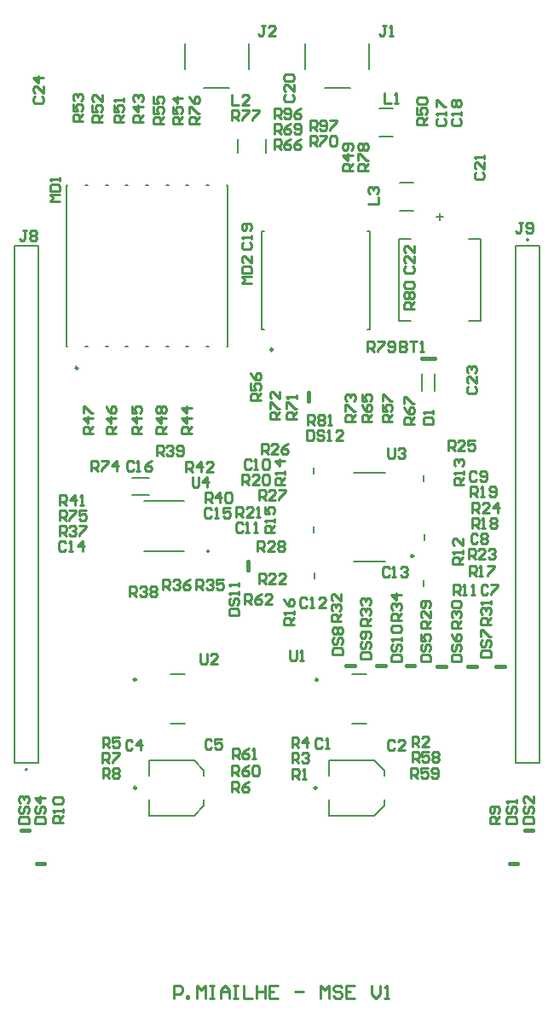
<source format=gto>
G04*
G04 #@! TF.GenerationSoftware,Altium Limited,Altium Designer,23.0.1 (38)*
G04*
G04 Layer_Color=65535*
%FSLAX44Y44*%
%MOMM*%
G71*
G04*
G04 #@! TF.SameCoordinates,B26DCD0B-EA3B-4DC6-9C7F-F6099DF497CD*
G04*
G04*
G04 #@! TF.FilePolarity,Positive*
G04*
G01*
G75*
%ADD10C,0.2500*%
%ADD11C,0.2000*%
%ADD12C,0.4000*%
%ADD13C,0.1270*%
%ADD14C,0.2540*%
D10*
X400616Y449080D02*
G03*
X400616Y449080I-1250J0D01*
G01*
X125151Y326390D02*
G03*
X125151Y326390I-1250J0D01*
G01*
X260780Y653880D02*
G03*
X260780Y653880I-1250J0D01*
G01*
X67140Y635600D02*
G03*
X67140Y635600I-1250J0D01*
G01*
X305460Y326160D02*
G03*
X305460Y326160I-1250J0D01*
G01*
X304420Y218960D02*
G03*
X304420Y218960I-1250J0D01*
G01*
X125350D02*
G03*
X125350Y218960I-1250J0D01*
G01*
D11*
X515000Y762800D02*
G03*
X515000Y762800I-1000J0D01*
G01*
X17000Y237200D02*
G03*
X17000Y237200I-1000J0D01*
G01*
X197370Y453738D02*
G03*
X197370Y453738I-1000J0D01*
G01*
X340866Y531430D02*
X372366D01*
X340866Y443930D02*
X372366D01*
X158901Y282840D02*
X173901D01*
X158901Y331840D02*
X173901D01*
X250030Y673630D02*
X252280D01*
X354780D02*
X357030D01*
Y771630D01*
X250030D02*
X252280D01*
X354780D02*
X357030D01*
X250030Y673630D02*
Y771630D01*
X55890Y656600D02*
X57140D01*
X74640D02*
X77140D01*
X94640D02*
X97140D01*
X114640D02*
X117140D01*
X134640D02*
X137140D01*
X154640D02*
X157140D01*
X174640D02*
X177140D01*
X194640D02*
X197140D01*
X214640D02*
X215890D01*
Y816600D01*
X55890D02*
X57140D01*
X74640D02*
X77140D01*
X94640D02*
X97140D01*
X114640D02*
X117140D01*
X134640D02*
X137140D01*
X154640D02*
X157140D01*
X174640D02*
X177140D01*
X194640D02*
X197140D01*
X214640D02*
X215890D01*
X55890Y656600D02*
Y816600D01*
X501950Y756550D02*
X526050D01*
X501950Y243450D02*
Y756550D01*
Y243450D02*
X526050D01*
Y756550D01*
X3950Y243450D02*
Y756550D01*
X28050D01*
Y243450D02*
Y756550D01*
X3950Y243450D02*
X28050D01*
X301610Y471980D02*
Y477980D01*
Y530400D02*
Y536400D01*
X410860Y522780D02*
Y528780D01*
X410830Y418640D02*
Y424640D01*
X411480Y464360D02*
Y470360D01*
X173250Y932360D02*
Y957640D01*
X192360Y913250D02*
X217640D01*
X236750Y932360D02*
Y957640D01*
X426720Y782630D02*
Y788630D01*
X423720Y785630D02*
X429720D01*
X455870Y763282D02*
X467372D01*
X386068D02*
X397570D01*
X386068Y681978D02*
Y763282D01*
X455870Y681978D02*
X467372D01*
X386068D02*
X397570D01*
X467372D02*
Y763282D01*
X356750Y932360D02*
Y957640D01*
X312360Y913250D02*
X337640D01*
X293250Y932360D02*
Y957640D01*
X302260Y426260D02*
Y432260D01*
X339210Y282610D02*
X354210D01*
X339210Y331610D02*
X354210D01*
X361670Y191460D02*
X371670Y201460D01*
X361670Y246460D02*
X371670Y236460D01*
Y201460D02*
Y207210D01*
Y230710D02*
Y236460D01*
X316670Y191460D02*
X361670D01*
X316670Y246460D02*
X361670D01*
X316670Y230710D02*
Y246460D01*
Y191460D02*
Y207210D01*
X120790Y526660D02*
X138290D01*
X120843Y509630D02*
X138343D01*
X137600Y191460D02*
Y207210D01*
Y230710D02*
Y246460D01*
X182600D01*
X137600Y191460D02*
X182600D01*
X192600Y230710D02*
Y236460D01*
Y201460D02*
Y207210D01*
X182600Y246460D02*
X192600Y236460D01*
X182600Y191460D02*
X192600Y201460D01*
X421540Y612530D02*
Y629530D01*
X409040Y612530D02*
Y629530D01*
X386950Y791180D02*
X400450D01*
X386950Y819180D02*
X400450D01*
X366630Y864840D02*
X380130D01*
X366630Y892840D02*
X380130D01*
X226030Y849230D02*
Y862730D01*
X254030Y849230D02*
Y862730D01*
D12*
X393510Y340369D02*
X401510D01*
X333820D02*
X341820D01*
X454801Y339729D02*
X462801D01*
X424321D02*
X432321D01*
X482741D02*
X490741D01*
X364301Y340369D02*
X372301D01*
X496001Y143499D02*
X504001D01*
X510999Y176501D02*
X518999D01*
X26001Y143499D02*
X34001D01*
X10999Y176501D02*
X18999D01*
X236211Y435419D02*
Y443419D01*
X409040Y645280D02*
X421540D01*
X295919Y603059D02*
Y611059D01*
D13*
X133320Y504038D02*
X172320D01*
X133320Y453538D02*
X172320D01*
D14*
X162560Y10160D02*
Y22856D01*
X168908D01*
X171024Y20740D01*
Y16508D01*
X168908Y14392D01*
X162560D01*
X175256Y10160D02*
Y12276D01*
X177372D01*
Y10160D01*
X175256D01*
X185836D02*
Y22856D01*
X190068Y18624D01*
X194300Y22856D01*
Y10160D01*
X198532Y22856D02*
X202764D01*
X200648D01*
Y10160D01*
X198532D01*
X202764D01*
X209112D02*
Y18624D01*
X213344Y22856D01*
X217575Y18624D01*
Y10160D01*
Y16508D01*
X209112D01*
X221807Y22856D02*
X226040D01*
X223923D01*
Y10160D01*
X221807D01*
X226040D01*
X232387Y22856D02*
Y10160D01*
X240851D01*
X245083Y22856D02*
Y10160D01*
Y16508D01*
X253547D01*
Y22856D01*
Y10160D01*
X266243Y22856D02*
X257779D01*
Y10160D01*
X266243D01*
X257779Y16508D02*
X262011D01*
X283171D02*
X291635D01*
X308563Y10160D02*
Y22856D01*
X312795Y18624D01*
X317027Y22856D01*
Y10160D01*
X329723Y20740D02*
X327607Y22856D01*
X323375D01*
X321259Y20740D01*
Y18624D01*
X323375Y16508D01*
X327607D01*
X329723Y14392D01*
Y12276D01*
X327607Y10160D01*
X323375D01*
X321259Y12276D01*
X342418Y22856D02*
X333955D01*
Y10160D01*
X342418D01*
X333955Y16508D02*
X338186D01*
X359346Y22856D02*
Y14392D01*
X363578Y10160D01*
X367810Y14392D01*
Y22856D01*
X372042Y10160D02*
X376274D01*
X374158D01*
Y22856D01*
X372042Y20740D01*
X24554Y905089D02*
X22862Y903396D01*
Y900011D01*
X24554Y898318D01*
X31326D01*
X33018Y900011D01*
Y903396D01*
X31326Y905089D01*
X33018Y915246D02*
Y908475D01*
X26247Y915246D01*
X24554D01*
X22862Y913553D01*
Y910167D01*
X24554Y908475D01*
X33018Y923709D02*
X22862D01*
X27940Y918631D01*
Y925402D01*
X455084Y616799D02*
X453392Y615106D01*
Y611721D01*
X455084Y610028D01*
X461856D01*
X463548Y611721D01*
Y615106D01*
X461856Y616799D01*
X463548Y626956D02*
Y620184D01*
X456777Y626956D01*
X455084D01*
X453392Y625263D01*
Y621877D01*
X455084Y620184D01*
Y630341D02*
X453392Y632034D01*
Y635420D01*
X455084Y637112D01*
X456777D01*
X458470Y635420D01*
Y633727D01*
Y635420D01*
X460163Y637112D01*
X461856D01*
X463548Y635420D01*
Y632034D01*
X461856Y630341D01*
X508847Y779778D02*
X505462D01*
X507154D01*
Y771314D01*
X505462Y769622D01*
X503769D01*
X502076Y771314D01*
X512233D02*
X513926Y769622D01*
X517311D01*
X519004Y771314D01*
Y778086D01*
X517311Y779778D01*
X513926D01*
X512233Y778086D01*
Y776393D01*
X513926Y774700D01*
X519004D01*
X16087Y772158D02*
X12702D01*
X14394D01*
Y763694D01*
X12702Y762002D01*
X11009D01*
X9316Y763694D01*
X19473Y770466D02*
X21166Y772158D01*
X24551D01*
X26244Y770466D01*
Y768773D01*
X24551Y767080D01*
X26244Y765387D01*
Y763694D01*
X24551Y762002D01*
X21166D01*
X19473Y763694D01*
Y765387D01*
X21166Y767080D01*
X19473Y768773D01*
Y770466D01*
X21166Y767080D02*
X24551D01*
X180766Y527048D02*
Y518584D01*
X182459Y516892D01*
X185844D01*
X187537Y518584D01*
Y527048D01*
X196001Y516892D02*
Y527048D01*
X190923Y521970D01*
X197694D01*
X374822Y556258D02*
Y547794D01*
X376515Y546102D01*
X379900D01*
X381593Y547794D01*
Y556258D01*
X384979Y554566D02*
X386672Y556258D01*
X390057D01*
X391750Y554566D01*
Y552873D01*
X390057Y551180D01*
X388364D01*
X390057D01*
X391750Y549487D01*
Y547794D01*
X390057Y546102D01*
X386672D01*
X384979Y547794D01*
X188417Y352538D02*
Y344074D01*
X190110Y342382D01*
X193495D01*
X195188Y344074D01*
Y352538D01*
X205345Y342382D02*
X198573D01*
X205345Y349153D01*
Y350846D01*
X203652Y352538D01*
X200266D01*
X198573Y350846D01*
X277709Y355598D02*
Y347134D01*
X279402Y345442D01*
X282787D01*
X284480Y347134D01*
Y355598D01*
X287866Y345442D02*
X291251D01*
X289558D01*
Y355598D01*
X287866Y353906D01*
X297608Y871222D02*
Y881378D01*
X302686D01*
X304379Y879686D01*
Y876300D01*
X302686Y874607D01*
X297608D01*
X300993D02*
X304379Y871222D01*
X307764Y872914D02*
X309457Y871222D01*
X312843D01*
X314536Y872914D01*
Y879686D01*
X312843Y881378D01*
X309457D01*
X307764Y879686D01*
Y877993D01*
X309457Y876300D01*
X314536D01*
X317921Y881378D02*
X324692D01*
Y879686D01*
X317921Y872914D01*
Y871222D01*
X262048Y882652D02*
Y892808D01*
X267126D01*
X268819Y891116D01*
Y887730D01*
X267126Y886037D01*
X262048D01*
X265433D02*
X268819Y882652D01*
X272204Y884344D02*
X273897Y882652D01*
X277283D01*
X278976Y884344D01*
Y891116D01*
X277283Y892808D01*
X273897D01*
X272204Y891116D01*
Y889423D01*
X273897Y887730D01*
X278976D01*
X289132Y892808D02*
X285747Y891116D01*
X282361Y887730D01*
Y884344D01*
X284054Y882652D01*
X287439D01*
X289132Y884344D01*
Y886037D01*
X287439Y887730D01*
X282361D01*
X295490Y579122D02*
Y589278D01*
X300569D01*
X302262Y587586D01*
Y584200D01*
X300569Y582507D01*
X295490D01*
X298876D02*
X302262Y579122D01*
X305647Y587586D02*
X307340Y589278D01*
X310726D01*
X312418Y587586D01*
Y585893D01*
X310726Y584200D01*
X312418Y582507D01*
Y580814D01*
X310726Y579122D01*
X307340D01*
X305647Y580814D01*
Y582507D01*
X307340Y584200D01*
X305647Y585893D01*
Y587586D01*
X307340Y584200D02*
X310726D01*
X315804Y579122D02*
X319189D01*
X317497D01*
Y589278D01*
X315804Y587586D01*
X401318Y693848D02*
X391162D01*
Y698926D01*
X392854Y700619D01*
X396240D01*
X397933Y698926D01*
Y693848D01*
Y697233D02*
X401318Y700619D01*
X392854Y704004D02*
X391162Y705697D01*
Y709083D01*
X392854Y710776D01*
X394547D01*
X396240Y709083D01*
X397933Y710776D01*
X399626D01*
X401318Y709083D01*
Y705697D01*
X399626Y704004D01*
X397933D01*
X396240Y705697D01*
X394547Y704004D01*
X392854D01*
X396240Y705697D02*
Y709083D01*
X392854Y714161D02*
X391162Y715854D01*
Y719240D01*
X392854Y720932D01*
X399626D01*
X401318Y719240D01*
Y715854D01*
X399626Y714161D01*
X392854D01*
X354758Y651512D02*
Y661668D01*
X359836D01*
X361529Y659976D01*
Y656590D01*
X359836Y654897D01*
X354758D01*
X358143D02*
X361529Y651512D01*
X364914Y661668D02*
X371686D01*
Y659976D01*
X364914Y653204D01*
Y651512D01*
X375071Y653204D02*
X376764Y651512D01*
X380149D01*
X381842Y653204D01*
Y659976D01*
X380149Y661668D01*
X376764D01*
X375071Y659976D01*
Y658283D01*
X376764Y656590D01*
X381842D01*
X355598Y831008D02*
X345442D01*
Y836086D01*
X347134Y837779D01*
X350520D01*
X352213Y836086D01*
Y831008D01*
Y834393D02*
X355598Y837779D01*
X345442Y841164D02*
Y847936D01*
X347134D01*
X353906Y841164D01*
X355598D01*
X347134Y851321D02*
X345442Y853014D01*
Y856400D01*
X347134Y858092D01*
X348827D01*
X350520Y856400D01*
X352213Y858092D01*
X353906D01*
X355598Y856400D01*
Y853014D01*
X353906Y851321D01*
X352213D01*
X350520Y853014D01*
X348827Y851321D01*
X347134D01*
X350520Y853014D02*
Y856400D01*
X220138Y881382D02*
Y891538D01*
X225216D01*
X226909Y889846D01*
Y886460D01*
X225216Y884767D01*
X220138D01*
X223523D02*
X226909Y881382D01*
X230294Y891538D02*
X237066D01*
Y889846D01*
X230294Y883074D01*
Y881382D01*
X240451Y891538D02*
X247222D01*
Y889846D01*
X240451Y883074D01*
Y881382D01*
X187958Y877998D02*
X177802D01*
Y883076D01*
X179494Y884769D01*
X182880D01*
X184573Y883076D01*
Y877998D01*
Y881383D02*
X187958Y884769D01*
X177802Y888155D02*
Y894926D01*
X179494D01*
X186266Y888155D01*
X187958D01*
X177802Y905082D02*
X179494Y901697D01*
X182880Y898311D01*
X186266D01*
X187958Y900004D01*
Y903390D01*
X186266Y905082D01*
X184573D01*
X182880Y903390D01*
Y898311D01*
X48688Y483872D02*
Y494028D01*
X53766D01*
X55459Y492336D01*
Y488950D01*
X53766Y487257D01*
X48688D01*
X52073D02*
X55459Y483872D01*
X58844Y494028D02*
X65616D01*
Y492336D01*
X58844Y485564D01*
Y483872D01*
X75772Y494028D02*
X69001D01*
Y488950D01*
X72387Y490643D01*
X74079D01*
X75772Y488950D01*
Y485564D01*
X74079Y483872D01*
X70694D01*
X69001Y485564D01*
X80558Y533402D02*
Y543558D01*
X85636D01*
X87329Y541866D01*
Y538480D01*
X85636Y536787D01*
X80558D01*
X83943D02*
X87329Y533402D01*
X90714Y543558D02*
X97486D01*
Y541866D01*
X90714Y535094D01*
Y533402D01*
X105949D02*
Y543558D01*
X100871Y538480D01*
X107642D01*
X342898Y582088D02*
X332742D01*
Y587166D01*
X334434Y588859D01*
X337820D01*
X339513Y587166D01*
Y582088D01*
Y585473D02*
X342898Y588859D01*
X332742Y592244D02*
Y599016D01*
X334434D01*
X341206Y592244D01*
X342898D01*
X334434Y602401D02*
X332742Y604094D01*
Y607480D01*
X334434Y609172D01*
X336127D01*
X337820Y607480D01*
Y605787D01*
Y607480D01*
X339513Y609172D01*
X341206D01*
X342898Y607480D01*
Y604094D01*
X341206Y602401D01*
X267968Y584628D02*
X257812D01*
Y589706D01*
X259504Y591399D01*
X262890D01*
X264583Y589706D01*
Y584628D01*
Y588013D02*
X267968Y591399D01*
X257812Y594785D02*
Y601556D01*
X259504D01*
X266276Y594785D01*
X267968D01*
Y611712D02*
Y604941D01*
X261197Y611712D01*
X259504D01*
X257812Y610019D01*
Y606634D01*
X259504Y604941D01*
X284478Y585051D02*
X274322D01*
Y590129D01*
X276014Y591822D01*
X279400D01*
X281093Y590129D01*
Y585051D01*
Y588436D02*
X284478Y591822D01*
X274322Y595207D02*
Y601978D01*
X276014D01*
X282786Y595207D01*
X284478D01*
Y605364D02*
Y608750D01*
Y607057D01*
X274322D01*
X276014Y605364D01*
X297608Y855982D02*
Y866138D01*
X302686D01*
X304379Y864446D01*
Y861060D01*
X302686Y859367D01*
X297608D01*
X300993D02*
X304379Y855982D01*
X307764Y866138D02*
X314536D01*
Y864446D01*
X307764Y857674D01*
Y855982D01*
X317921Y864446D02*
X319614Y866138D01*
X322999D01*
X324692Y864446D01*
Y857674D01*
X322999Y855982D01*
X319614D01*
X317921Y857674D01*
Y864446D01*
X262048Y867412D02*
Y877568D01*
X267126D01*
X268819Y875876D01*
Y872490D01*
X267126Y870797D01*
X262048D01*
X265433D02*
X268819Y867412D01*
X278976Y877568D02*
X275590Y875876D01*
X272204Y872490D01*
Y869104D01*
X273897Y867412D01*
X277283D01*
X278976Y869104D01*
Y870797D01*
X277283Y872490D01*
X272204D01*
X282361Y869104D02*
X284054Y867412D01*
X287439D01*
X289132Y869104D01*
Y875876D01*
X287439Y877568D01*
X284054D01*
X282361Y875876D01*
Y874183D01*
X284054Y872490D01*
X289132D01*
X401318Y579548D02*
X391162D01*
Y584626D01*
X392854Y586319D01*
X396240D01*
X397933Y584626D01*
Y579548D01*
Y582933D02*
X401318Y586319D01*
X391162Y596476D02*
X392854Y593090D01*
X396240Y589705D01*
X399626D01*
X401318Y591397D01*
Y594783D01*
X399626Y596476D01*
X397933D01*
X396240Y594783D01*
Y589705D01*
X391162Y599861D02*
Y606632D01*
X392854D01*
X399626Y599861D01*
X401318D01*
X262048Y852172D02*
Y862328D01*
X267126D01*
X268819Y860636D01*
Y857250D01*
X267126Y855557D01*
X262048D01*
X265433D02*
X268819Y852172D01*
X278976Y862328D02*
X275590Y860636D01*
X272204Y857250D01*
Y853864D01*
X273897Y852172D01*
X277283D01*
X278976Y853864D01*
Y855557D01*
X277283Y857250D01*
X272204D01*
X289132Y862328D02*
X285747Y860636D01*
X282361Y857250D01*
Y853864D01*
X284054Y852172D01*
X287439D01*
X289132Y853864D01*
Y855557D01*
X287439Y857250D01*
X282361D01*
X359408Y582088D02*
X349252D01*
Y587166D01*
X350944Y588859D01*
X354330D01*
X356023Y587166D01*
Y582088D01*
Y585473D02*
X359408Y588859D01*
X349252Y599016D02*
X350944Y595630D01*
X354330Y592244D01*
X357716D01*
X359408Y593937D01*
Y597323D01*
X357716Y599016D01*
X356023D01*
X354330Y597323D01*
Y592244D01*
X349252Y609172D02*
Y602401D01*
X354330D01*
X352637Y605787D01*
Y607480D01*
X354330Y609172D01*
X357716D01*
X359408Y607480D01*
Y604094D01*
X357716Y602401D01*
X232988Y401322D02*
Y411478D01*
X238066D01*
X239759Y409786D01*
Y406400D01*
X238066Y404707D01*
X232988D01*
X236373D02*
X239759Y401322D01*
X249916Y411478D02*
X246530Y409786D01*
X243144Y406400D01*
Y403014D01*
X244837Y401322D01*
X248223D01*
X249916Y403014D01*
Y404707D01*
X248223Y406400D01*
X243144D01*
X260072Y401322D02*
X253301D01*
X260072Y408093D01*
Y409786D01*
X258379Y411478D01*
X254994D01*
X253301Y409786D01*
X220560Y247652D02*
Y257808D01*
X225639D01*
X227332Y256116D01*
Y252730D01*
X225639Y251037D01*
X220560D01*
X223946D02*
X227332Y247652D01*
X237488Y257808D02*
X234103Y256116D01*
X230717Y252730D01*
Y249344D01*
X232410Y247652D01*
X235796D01*
X237488Y249344D01*
Y251037D01*
X235796Y252730D01*
X230717D01*
X240874Y247652D02*
X244259D01*
X242567D01*
Y257808D01*
X240874Y256116D01*
X220138Y231142D02*
Y241298D01*
X225216D01*
X226909Y239606D01*
Y236220D01*
X225216Y234527D01*
X220138D01*
X223523D02*
X226909Y231142D01*
X237066Y241298D02*
X233680Y239606D01*
X230294Y236220D01*
Y232834D01*
X231987Y231142D01*
X235373D01*
X237066Y232834D01*
Y234527D01*
X235373Y236220D01*
X230294D01*
X240451Y239606D02*
X242144Y241298D01*
X245529D01*
X247222Y239606D01*
Y232834D01*
X245529Y231142D01*
X242144D01*
X240451Y232834D01*
Y239606D01*
X397938Y228602D02*
Y238758D01*
X403016D01*
X404709Y237066D01*
Y233680D01*
X403016Y231987D01*
X397938D01*
X401323D02*
X404709Y228602D01*
X414866Y238758D02*
X408094D01*
Y233680D01*
X411480Y235373D01*
X413173D01*
X414866Y233680D01*
Y230294D01*
X413173Y228602D01*
X409787D01*
X408094Y230294D01*
X418251D02*
X419944Y228602D01*
X423330D01*
X425022Y230294D01*
Y237066D01*
X423330Y238758D01*
X419944D01*
X418251Y237066D01*
Y235373D01*
X419944Y233680D01*
X425022D01*
X399208Y244362D02*
Y254518D01*
X404286D01*
X405979Y252826D01*
Y249440D01*
X404286Y247747D01*
X399208D01*
X402593D02*
X405979Y244362D01*
X416136Y254518D02*
X409364D01*
Y249440D01*
X412750Y251133D01*
X414443D01*
X416136Y249440D01*
Y246054D01*
X414443Y244362D01*
X411057D01*
X409364Y246054D01*
X419521Y252826D02*
X421214Y254518D01*
X424599D01*
X426292Y252826D01*
Y251133D01*
X424599Y249440D01*
X426292Y247747D01*
Y246054D01*
X424599Y244362D01*
X421214D01*
X419521Y246054D01*
Y247747D01*
X421214Y249440D01*
X419521Y251133D01*
Y252826D01*
X421214Y249440D02*
X424599D01*
X379728Y582088D02*
X369572D01*
Y587166D01*
X371264Y588859D01*
X374650D01*
X376343Y587166D01*
Y582088D01*
Y585473D02*
X379728Y588859D01*
X369572Y599016D02*
Y592244D01*
X374650D01*
X372957Y595630D01*
Y597323D01*
X374650Y599016D01*
X378036D01*
X379728Y597323D01*
Y593937D01*
X378036Y592244D01*
X369572Y602401D02*
Y609172D01*
X371264D01*
X378036Y602401D01*
X379728D01*
X248918Y603678D02*
X238762D01*
Y608756D01*
X240454Y610449D01*
X243840D01*
X245533Y608756D01*
Y603678D01*
Y607063D02*
X248918Y610449D01*
X238762Y620606D02*
Y613834D01*
X243840D01*
X242147Y617220D01*
Y618913D01*
X243840Y620606D01*
X247226D01*
X248918Y618913D01*
Y615527D01*
X247226Y613834D01*
X238762Y630762D02*
X240454Y627377D01*
X243840Y623991D01*
X247226D01*
X248918Y625684D01*
Y629070D01*
X247226Y630762D01*
X245533D01*
X243840Y629070D01*
Y623991D01*
X152398Y877878D02*
X142242D01*
Y882956D01*
X143934Y884649D01*
X147320D01*
X149013Y882956D01*
Y877878D01*
Y881263D02*
X152398Y884649D01*
X142242Y894806D02*
Y888034D01*
X147320D01*
X145627Y891420D01*
Y893113D01*
X147320Y894806D01*
X150706D01*
X152398Y893113D01*
Y889727D01*
X150706Y888034D01*
X142242Y904962D02*
Y898191D01*
X147320D01*
X145627Y901577D01*
Y903270D01*
X147320Y904962D01*
X150706D01*
X152398Y903270D01*
Y899884D01*
X150706Y898191D01*
X171448Y877998D02*
X161292D01*
Y883076D01*
X162984Y884769D01*
X166370D01*
X168063Y883076D01*
Y877998D01*
Y881383D02*
X171448Y884769D01*
X161292Y894926D02*
Y888154D01*
X166370D01*
X164677Y891540D01*
Y893233D01*
X166370Y894926D01*
X169756D01*
X171448Y893233D01*
Y889847D01*
X169756Y888154D01*
X171448Y903390D02*
X161292D01*
X166370Y898311D01*
Y905082D01*
X72388Y880538D02*
X62232D01*
Y885616D01*
X63924Y887309D01*
X67310D01*
X69003Y885616D01*
Y880538D01*
Y883923D02*
X72388Y887309D01*
X62232Y897466D02*
Y890694D01*
X67310D01*
X65617Y894080D01*
Y895773D01*
X67310Y897466D01*
X70696D01*
X72388Y895773D01*
Y892387D01*
X70696Y890694D01*
X63924Y900851D02*
X62232Y902544D01*
Y905929D01*
X63924Y907622D01*
X65617D01*
X67310Y905929D01*
Y904237D01*
Y905929D01*
X69003Y907622D01*
X70696D01*
X72388Y905929D01*
Y902544D01*
X70696Y900851D01*
X91438Y879268D02*
X81282D01*
Y884346D01*
X82974Y886039D01*
X86360D01*
X88053Y884346D01*
Y879268D01*
Y882653D02*
X91438Y886039D01*
X81282Y896196D02*
Y889424D01*
X86360D01*
X84667Y892810D01*
Y894503D01*
X86360Y896196D01*
X89746D01*
X91438Y894503D01*
Y891117D01*
X89746Y889424D01*
X91438Y906352D02*
Y899581D01*
X84667Y906352D01*
X82974D01*
X81282Y904660D01*
Y901274D01*
X82974Y899581D01*
X113028Y879690D02*
X102872D01*
Y884769D01*
X104564Y886462D01*
X107950D01*
X109643Y884769D01*
Y879690D01*
Y883076D02*
X113028Y886462D01*
X102872Y896618D02*
Y889847D01*
X107950D01*
X106257Y893233D01*
Y894926D01*
X107950Y896618D01*
X111335D01*
X113028Y894926D01*
Y891540D01*
X111335Y889847D01*
X113028Y900004D02*
Y903390D01*
Y901697D01*
X102872D01*
X104564Y900004D01*
X414018Y876728D02*
X403862D01*
Y881806D01*
X405554Y883499D01*
X408940D01*
X410633Y881806D01*
Y876728D01*
Y880113D02*
X414018Y883499D01*
X403862Y893656D02*
Y886884D01*
X408940D01*
X407247Y890270D01*
Y891963D01*
X408940Y893656D01*
X412326D01*
X414018Y891963D01*
Y888577D01*
X412326Y886884D01*
X405554Y897041D02*
X403862Y898734D01*
Y902120D01*
X405554Y903812D01*
X412326D01*
X414018Y902120D01*
Y898734D01*
X412326Y897041D01*
X405554D01*
X340358Y831008D02*
X330202D01*
Y836086D01*
X331894Y837779D01*
X335280D01*
X336973Y836086D01*
Y831008D01*
Y834393D02*
X340358Y837779D01*
Y846243D02*
X330202D01*
X335280Y841164D01*
Y847936D01*
X338666Y851321D02*
X340358Y853014D01*
Y856400D01*
X338666Y858092D01*
X331894D01*
X330202Y856400D01*
Y853014D01*
X331894Y851321D01*
X333587D01*
X335280Y853014D01*
Y858092D01*
X154938Y570658D02*
X144782D01*
Y575736D01*
X146474Y577429D01*
X149860D01*
X151553Y575736D01*
Y570658D01*
Y574043D02*
X154938Y577429D01*
Y585893D02*
X144782D01*
X149860Y580815D01*
Y587586D01*
X146474Y590971D02*
X144782Y592664D01*
Y596049D01*
X146474Y597742D01*
X148167D01*
X149860Y596049D01*
X151553Y597742D01*
X153245D01*
X154938Y596049D01*
Y592664D01*
X153245Y590971D01*
X151553D01*
X149860Y592664D01*
X148167Y590971D01*
X146474D01*
X149860Y592664D02*
Y596049D01*
X82548Y570658D02*
X72392D01*
Y575736D01*
X74084Y577429D01*
X77470D01*
X79163Y575736D01*
Y570658D01*
Y574043D02*
X82548Y577429D01*
Y585893D02*
X72392D01*
X77470Y580814D01*
Y587586D01*
X72392Y590971D02*
Y597742D01*
X74084D01*
X80856Y590971D01*
X82548D01*
X105408Y570658D02*
X95252D01*
Y575736D01*
X96944Y577429D01*
X100330D01*
X102023Y575736D01*
Y570658D01*
Y574043D02*
X105408Y577429D01*
Y585893D02*
X95252D01*
X100330Y580815D01*
Y587586D01*
X95252Y597742D02*
X96944Y594357D01*
X100330Y590971D01*
X103715D01*
X105408Y592664D01*
Y596049D01*
X103715Y597742D01*
X102023D01*
X100330Y596049D01*
Y590971D01*
X130808Y570658D02*
X120652D01*
Y575736D01*
X122344Y577429D01*
X125730D01*
X127423Y575736D01*
Y570658D01*
Y574043D02*
X130808Y577429D01*
Y585893D02*
X120652D01*
X125730Y580815D01*
Y587586D01*
X120652Y597742D02*
Y590971D01*
X125730D01*
X124037Y594357D01*
Y596049D01*
X125730Y597742D01*
X129115D01*
X130808Y596049D01*
Y592664D01*
X129115Y590971D01*
X180338Y570658D02*
X170182D01*
Y575736D01*
X171874Y577429D01*
X175260D01*
X176953Y575736D01*
Y570658D01*
Y574043D02*
X180338Y577429D01*
Y585893D02*
X170182D01*
X175260Y580815D01*
Y587586D01*
X180338Y596049D02*
X170182D01*
X175260Y590971D01*
Y597742D01*
X132078Y879268D02*
X121922D01*
Y884346D01*
X123614Y886039D01*
X127000D01*
X128693Y884346D01*
Y879268D01*
Y882653D02*
X132078Y886039D01*
Y894503D02*
X121922D01*
X127000Y889424D01*
Y896196D01*
X123614Y899581D02*
X121922Y901274D01*
Y904660D01*
X123614Y906352D01*
X125307D01*
X127000Y904660D01*
Y902967D01*
Y904660D01*
X128693Y906352D01*
X130386D01*
X132078Y904660D01*
Y901274D01*
X130386Y899581D01*
X174418Y532132D02*
Y542288D01*
X179496D01*
X181189Y540596D01*
Y537210D01*
X179496Y535517D01*
X174418D01*
X177803D02*
X181189Y532132D01*
X189653D02*
Y542288D01*
X184574Y537210D01*
X191346D01*
X201502Y532132D02*
X194731D01*
X201502Y538903D01*
Y540596D01*
X199809Y542288D01*
X196424D01*
X194731Y540596D01*
X49110Y499110D02*
Y509267D01*
X54189D01*
X55882Y507574D01*
Y504188D01*
X54189Y502496D01*
X49110D01*
X52496D02*
X55882Y499110D01*
X64346D02*
Y509267D01*
X59267Y504188D01*
X66038D01*
X69424Y499110D02*
X72810D01*
X71117D01*
Y509267D01*
X69424Y507574D01*
X193468Y501652D02*
Y511808D01*
X198546D01*
X200239Y510116D01*
Y506730D01*
X198546Y505037D01*
X193468D01*
X196853D02*
X200239Y501652D01*
X208703D02*
Y511808D01*
X203624Y506730D01*
X210396D01*
X213781Y510116D02*
X215474Y511808D01*
X218860D01*
X220552Y510116D01*
Y503344D01*
X218860Y501652D01*
X215474D01*
X213781Y503344D01*
Y510116D01*
X145208Y548640D02*
Y558797D01*
X150286D01*
X151979Y557104D01*
Y553718D01*
X150286Y552026D01*
X145208D01*
X148593D02*
X151979Y548640D01*
X155364Y557104D02*
X157057Y558797D01*
X160443D01*
X162136Y557104D01*
Y555411D01*
X160443Y553718D01*
X158750D01*
X160443D01*
X162136Y552026D01*
Y550333D01*
X160443Y548640D01*
X157057D01*
X155364Y550333D01*
X165521D02*
X167214Y548640D01*
X170599D01*
X172292Y550333D01*
Y557104D01*
X170599Y558797D01*
X167214D01*
X165521Y557104D01*
Y555411D01*
X167214Y553718D01*
X172292D01*
X118538Y408942D02*
Y419098D01*
X123616D01*
X125309Y417406D01*
Y414020D01*
X123616Y412327D01*
X118538D01*
X121923D02*
X125309Y408942D01*
X128694Y417406D02*
X130387Y419098D01*
X133773D01*
X135466Y417406D01*
Y415713D01*
X133773Y414020D01*
X132080D01*
X133773D01*
X135466Y412327D01*
Y410634D01*
X133773Y408942D01*
X130387D01*
X128694Y410634D01*
X138851Y417406D02*
X140544Y419098D01*
X143930D01*
X145622Y417406D01*
Y415713D01*
X143930Y414020D01*
X145622Y412327D01*
Y410634D01*
X143930Y408942D01*
X140544D01*
X138851Y410634D01*
Y412327D01*
X140544Y414020D01*
X138851Y415713D01*
Y417406D01*
X140544Y414020D02*
X143930D01*
X48688Y468632D02*
Y478788D01*
X53766D01*
X55459Y477096D01*
Y473710D01*
X53766Y472017D01*
X48688D01*
X52073D02*
X55459Y468632D01*
X58844Y477096D02*
X60537Y478788D01*
X63923D01*
X65616Y477096D01*
Y475403D01*
X63923Y473710D01*
X62230D01*
X63923D01*
X65616Y472017D01*
Y470324D01*
X63923Y468632D01*
X60537D01*
X58844Y470324D01*
X69001Y478788D02*
X75772D01*
Y477096D01*
X69001Y470324D01*
Y468632D01*
X151558Y415292D02*
Y425448D01*
X156636D01*
X158329Y423756D01*
Y420370D01*
X156636Y418677D01*
X151558D01*
X154943D02*
X158329Y415292D01*
X161714Y423756D02*
X163407Y425448D01*
X166793D01*
X168486Y423756D01*
Y422063D01*
X166793Y420370D01*
X165100D01*
X166793D01*
X168486Y418677D01*
Y416984D01*
X166793Y415292D01*
X163407D01*
X161714Y416984D01*
X178642Y425448D02*
X175257Y423756D01*
X171871Y420370D01*
Y416984D01*
X173564Y415292D01*
X176950D01*
X178642Y416984D01*
Y418677D01*
X176950Y420370D01*
X171871D01*
X184578Y415292D02*
Y425448D01*
X189656D01*
X191349Y423756D01*
Y420370D01*
X189656Y418677D01*
X184578D01*
X187963D02*
X191349Y415292D01*
X194734Y423756D02*
X196427Y425448D01*
X199813D01*
X201506Y423756D01*
Y422063D01*
X199813Y420370D01*
X198120D01*
X199813D01*
X201506Y418677D01*
Y416984D01*
X199813Y415292D01*
X196427D01*
X194734Y416984D01*
X211662Y425448D02*
X204891D01*
Y420370D01*
X208277Y422063D01*
X209970D01*
X211662Y420370D01*
Y416984D01*
X209970Y415292D01*
X206584D01*
X204891Y416984D01*
X388618Y385238D02*
X378462D01*
Y390316D01*
X380154Y392009D01*
X383540D01*
X385233Y390316D01*
Y385238D01*
Y388623D02*
X388618Y392009D01*
X380154Y395395D02*
X378462Y397087D01*
Y400473D01*
X380154Y402166D01*
X381847D01*
X383540Y400473D01*
Y398780D01*
Y400473D01*
X385233Y402166D01*
X386926D01*
X388618Y400473D01*
Y397087D01*
X386926Y395395D01*
X388618Y410630D02*
X378462D01*
X383540Y405551D01*
Y412322D01*
X358138Y380158D02*
X347982D01*
Y385236D01*
X349674Y386929D01*
X353060D01*
X354753Y385236D01*
Y380158D01*
Y383543D02*
X358138Y386929D01*
X349674Y390314D02*
X347982Y392007D01*
Y395393D01*
X349674Y397086D01*
X351367D01*
X353060Y395393D01*
Y393700D01*
Y395393D01*
X354753Y397086D01*
X356446D01*
X358138Y395393D01*
Y392007D01*
X356446Y390314D01*
X349674Y400471D02*
X347982Y402164D01*
Y405550D01*
X349674Y407242D01*
X351367D01*
X353060Y405550D01*
Y403857D01*
Y405550D01*
X354753Y407242D01*
X356446D01*
X358138Y405550D01*
Y402164D01*
X356446Y400471D01*
X328928Y383968D02*
X318772D01*
Y389046D01*
X320464Y390739D01*
X323850D01*
X325543Y389046D01*
Y383968D01*
Y387353D02*
X328928Y390739D01*
X320464Y394124D02*
X318772Y395817D01*
Y399203D01*
X320464Y400896D01*
X322157D01*
X323850Y399203D01*
Y397510D01*
Y399203D01*
X325543Y400896D01*
X327236D01*
X328928Y399203D01*
Y395817D01*
X327236Y394124D01*
X328928Y411052D02*
Y404281D01*
X322157Y411052D01*
X320464D01*
X318772Y409360D01*
Y405974D01*
X320464Y404281D01*
X477518Y380580D02*
X467362D01*
Y385659D01*
X469054Y387352D01*
X472440D01*
X474133Y385659D01*
Y380580D01*
Y383966D02*
X477518Y387352D01*
X469054Y390737D02*
X467362Y392430D01*
Y395816D01*
X469054Y397508D01*
X470747D01*
X472440Y395816D01*
Y394123D01*
Y395816D01*
X474133Y397508D01*
X475826D01*
X477518Y395816D01*
Y392430D01*
X475826Y390737D01*
X477518Y400894D02*
Y404280D01*
Y402587D01*
X467362D01*
X469054Y400894D01*
X448308Y377618D02*
X438152D01*
Y382696D01*
X439844Y384389D01*
X443230D01*
X444923Y382696D01*
Y377618D01*
Y381003D02*
X448308Y384389D01*
X439844Y387775D02*
X438152Y389467D01*
Y392853D01*
X439844Y394546D01*
X441537D01*
X443230Y392853D01*
Y391160D01*
Y392853D01*
X444923Y394546D01*
X446615D01*
X448308Y392853D01*
Y389467D01*
X446615Y387775D01*
X439844Y397931D02*
X438152Y399624D01*
Y403009D01*
X439844Y404702D01*
X446615D01*
X448308Y403009D01*
Y399624D01*
X446615Y397931D01*
X439844D01*
X417828Y377618D02*
X407672D01*
Y382696D01*
X409364Y384389D01*
X412750D01*
X414443Y382696D01*
Y377618D01*
Y381003D02*
X417828Y384389D01*
Y394546D02*
Y387775D01*
X411057Y394546D01*
X409364D01*
X407672Y392853D01*
Y389467D01*
X409364Y387775D01*
X416135Y397931D02*
X417828Y399624D01*
Y403009D01*
X416135Y404702D01*
X409364D01*
X407672Y403009D01*
Y399624D01*
X409364Y397931D01*
X411057D01*
X412750Y399624D01*
Y404702D01*
X245538Y453392D02*
Y463548D01*
X250616D01*
X252309Y461856D01*
Y458470D01*
X250616Y456777D01*
X245538D01*
X248923D02*
X252309Y453392D01*
X262466D02*
X255694D01*
X262466Y460163D01*
Y461856D01*
X260773Y463548D01*
X257387D01*
X255694Y461856D01*
X265851D02*
X267544Y463548D01*
X270930D01*
X272622Y461856D01*
Y460163D01*
X270930Y458470D01*
X272622Y456777D01*
Y455084D01*
X270930Y453392D01*
X267544D01*
X265851Y455084D01*
Y456777D01*
X267544Y458470D01*
X265851Y460163D01*
Y461856D01*
X267544Y458470D02*
X270930D01*
X246808Y504192D02*
Y514348D01*
X251886D01*
X253579Y512656D01*
Y509270D01*
X251886Y507577D01*
X246808D01*
X250193D02*
X253579Y504192D01*
X263736D02*
X256964D01*
X263736Y510963D01*
Y512656D01*
X262043Y514348D01*
X258657D01*
X256964Y512656D01*
X267121Y514348D02*
X273892D01*
Y512656D01*
X267121Y505884D01*
Y504192D01*
X249348Y549912D02*
Y560068D01*
X254426D01*
X256119Y558376D01*
Y554990D01*
X254426Y553297D01*
X249348D01*
X252733D02*
X256119Y549912D01*
X266276D02*
X259504D01*
X266276Y556683D01*
Y558376D01*
X264583Y560068D01*
X261197D01*
X259504Y558376D01*
X276432Y560068D02*
X273047Y558376D01*
X269661Y554990D01*
Y551604D01*
X271354Y549912D01*
X274739D01*
X276432Y551604D01*
Y553297D01*
X274739Y554990D01*
X269661D01*
X434768Y553722D02*
Y563878D01*
X439846D01*
X441539Y562186D01*
Y558800D01*
X439846Y557107D01*
X434768D01*
X438153D02*
X441539Y553722D01*
X451696D02*
X444924D01*
X451696Y560493D01*
Y562186D01*
X450003Y563878D01*
X446617D01*
X444924Y562186D01*
X461852Y563878D02*
X455081D01*
Y558800D01*
X458467Y560493D01*
X460159D01*
X461852Y558800D01*
Y555414D01*
X460159Y553722D01*
X456774D01*
X455081Y555414D01*
X458898Y491492D02*
Y501648D01*
X463976D01*
X465669Y499956D01*
Y496570D01*
X463976Y494877D01*
X458898D01*
X462283D02*
X465669Y491492D01*
X475826D02*
X469054D01*
X475826Y498263D01*
Y499956D01*
X474133Y501648D01*
X470747D01*
X469054Y499956D01*
X484290Y491492D02*
Y501648D01*
X479211Y496570D01*
X485982D01*
X455088Y445772D02*
Y455928D01*
X460166D01*
X461859Y454236D01*
Y450850D01*
X460166Y449157D01*
X455088D01*
X458473D02*
X461859Y445772D01*
X472016D02*
X465244D01*
X472016Y452543D01*
Y454236D01*
X470323Y455928D01*
X466937D01*
X465244Y454236D01*
X475401D02*
X477094Y455928D01*
X480480D01*
X482172Y454236D01*
Y452543D01*
X480480Y450850D01*
X478787D01*
X480480D01*
X482172Y449157D01*
Y447464D01*
X480480Y445772D01*
X477094D01*
X475401Y447464D01*
X246808Y421642D02*
Y431798D01*
X251886D01*
X253579Y430106D01*
Y426720D01*
X251886Y425027D01*
X246808D01*
X250193D02*
X253579Y421642D01*
X263736D02*
X256964D01*
X263736Y428413D01*
Y430106D01*
X262043Y431798D01*
X258657D01*
X256964Y430106D01*
X273892Y421642D02*
X267121D01*
X273892Y428413D01*
Y430106D01*
X272199Y431798D01*
X268814D01*
X267121Y430106D01*
X224370Y487682D02*
Y497838D01*
X229449D01*
X231142Y496146D01*
Y492760D01*
X229449Y491067D01*
X224370D01*
X227756D02*
X231142Y487682D01*
X241298D02*
X234527D01*
X241298Y494453D01*
Y496146D01*
X239606Y497838D01*
X236220D01*
X234527Y496146D01*
X244684Y487682D02*
X248069D01*
X246377D01*
Y497838D01*
X244684Y496146D01*
X230298Y519432D02*
Y529588D01*
X235376D01*
X237069Y527896D01*
Y524510D01*
X235376Y522817D01*
X230298D01*
X233683D02*
X237069Y519432D01*
X247226D02*
X240454D01*
X247226Y526203D01*
Y527896D01*
X245533Y529588D01*
X242147D01*
X240454Y527896D01*
X250611D02*
X252304Y529588D01*
X255690D01*
X257382Y527896D01*
Y521124D01*
X255690Y519432D01*
X252304D01*
X250611Y521124D01*
Y527896D01*
X457204Y508002D02*
Y518158D01*
X462282D01*
X463975Y516466D01*
Y513080D01*
X462282Y511387D01*
X457204D01*
X460590D02*
X463975Y508002D01*
X467361D02*
X470746D01*
X469054D01*
Y518158D01*
X467361Y516466D01*
X475825Y509694D02*
X477518Y508002D01*
X480903D01*
X482596Y509694D01*
Y516466D01*
X480903Y518158D01*
X477518D01*
X475825Y516466D01*
Y514773D01*
X477518Y513080D01*
X482596D01*
X458474Y476252D02*
Y486408D01*
X463553D01*
X465245Y484716D01*
Y481330D01*
X463553Y479637D01*
X458474D01*
X461860D02*
X465245Y476252D01*
X468631D02*
X472016D01*
X470324D01*
Y486408D01*
X468631Y484716D01*
X477095D02*
X478788Y486408D01*
X482173D01*
X483866Y484716D01*
Y483023D01*
X482173Y481330D01*
X483866Y479637D01*
Y477944D01*
X482173Y476252D01*
X478788D01*
X477095Y477944D01*
Y479637D01*
X478788Y481330D01*
X477095Y483023D01*
Y484716D01*
X478788Y481330D02*
X482173D01*
X455934Y429262D02*
Y439418D01*
X461012D01*
X462705Y437726D01*
Y434340D01*
X461012Y432647D01*
X455934D01*
X459320D02*
X462705Y429262D01*
X466091D02*
X469476D01*
X467784D01*
Y439418D01*
X466091Y437726D01*
X474555Y439418D02*
X481326D01*
Y437726D01*
X474555Y430954D01*
Y429262D01*
X281938Y381004D02*
X271782D01*
Y386082D01*
X273474Y387775D01*
X276860D01*
X278553Y386082D01*
Y381004D01*
Y384390D02*
X281938Y387775D01*
Y391161D02*
Y394546D01*
Y392854D01*
X271782D01*
X273474Y391161D01*
X271782Y406396D02*
X273474Y403010D01*
X276860Y399625D01*
X280246D01*
X281938Y401318D01*
Y404703D01*
X280246Y406396D01*
X278553D01*
X276860Y404703D01*
Y399625D01*
X262888Y472444D02*
X252732D01*
Y477523D01*
X254424Y479215D01*
X257810D01*
X259503Y477523D01*
Y472444D01*
Y475830D02*
X262888Y479215D01*
Y482601D02*
Y485986D01*
Y484294D01*
X252732D01*
X254424Y482601D01*
X252732Y497836D02*
Y491065D01*
X257810D01*
X256117Y494450D01*
Y496143D01*
X257810Y497836D01*
X261196D01*
X262888Y496143D01*
Y492758D01*
X261196Y491065D01*
X273048Y519434D02*
X262892D01*
Y524512D01*
X264584Y526205D01*
X267970D01*
X269663Y524512D01*
Y519434D01*
Y522820D02*
X273048Y526205D01*
Y529591D02*
Y532976D01*
Y531284D01*
X262892D01*
X264584Y529591D01*
X273048Y543133D02*
X262892D01*
X267970Y538055D01*
Y544826D01*
X450848Y519434D02*
X440692D01*
Y524512D01*
X442384Y526205D01*
X445770D01*
X447463Y524512D01*
Y519434D01*
Y522820D02*
X450848Y526205D01*
Y529591D02*
Y532976D01*
Y531284D01*
X440692D01*
X442384Y529591D01*
Y538055D02*
X440692Y539748D01*
Y543133D01*
X442384Y544826D01*
X444077D01*
X445770Y543133D01*
Y541440D01*
Y543133D01*
X447463Y544826D01*
X449156D01*
X450848Y543133D01*
Y539748D01*
X449156Y538055D01*
X449578Y440694D02*
X439422D01*
Y445773D01*
X441114Y447465D01*
X444500D01*
X446193Y445773D01*
Y440694D01*
Y444080D02*
X449578Y447465D01*
Y450851D02*
Y454236D01*
Y452544D01*
X439422D01*
X441114Y450851D01*
X449578Y466086D02*
Y459315D01*
X442807Y466086D01*
X441114D01*
X439422Y464393D01*
Y461008D01*
X441114Y459315D01*
X439847Y410212D02*
Y420368D01*
X444925D01*
X446618Y418676D01*
Y415290D01*
X444925Y413597D01*
X439847D01*
X443232D02*
X446618Y410212D01*
X450004D02*
X453389D01*
X451696D01*
Y420368D01*
X450004Y418676D01*
X458468Y410212D02*
X461853D01*
X460160D01*
Y420368D01*
X458468Y418676D01*
X52538Y184134D02*
X42382D01*
Y189212D01*
X44074Y190905D01*
X47460D01*
X49153Y189212D01*
Y184134D01*
Y187520D02*
X52538Y190905D01*
Y194291D02*
Y197676D01*
Y195984D01*
X42382D01*
X44074Y194291D01*
Y202755D02*
X42382Y204448D01*
Y207833D01*
X44074Y209526D01*
X50846D01*
X52538Y207833D01*
Y204448D01*
X50846Y202755D01*
X44074D01*
X486408Y183306D02*
X476252D01*
Y188384D01*
X477944Y190077D01*
X481330D01*
X483023Y188384D01*
Y183306D01*
Y186692D02*
X486408Y190077D01*
X484716Y193463D02*
X486408Y195156D01*
Y198541D01*
X484716Y200234D01*
X477944D01*
X476252Y198541D01*
Y195156D01*
X477944Y193463D01*
X479637D01*
X481330Y195156D01*
Y200234D01*
X91866Y228602D02*
Y238758D01*
X96944D01*
X98637Y237066D01*
Y233680D01*
X96944Y231987D01*
X91866D01*
X95252D02*
X98637Y228602D01*
X102023Y237066D02*
X103716Y238758D01*
X107101D01*
X108794Y237066D01*
Y235373D01*
X107101Y233680D01*
X108794Y231987D01*
Y230294D01*
X107101Y228602D01*
X103716D01*
X102023Y230294D01*
Y231987D01*
X103716Y233680D01*
X102023Y235373D01*
Y237066D01*
X103716Y233680D02*
X107101D01*
X91746Y243842D02*
Y253998D01*
X96824D01*
X98517Y252306D01*
Y248920D01*
X96824Y247227D01*
X91746D01*
X95132D02*
X98517Y243842D01*
X101903Y253998D02*
X108674D01*
Y252306D01*
X101903Y245534D01*
Y243842D01*
X220136Y214632D02*
Y224788D01*
X225214D01*
X226907Y223096D01*
Y219710D01*
X225214Y218017D01*
X220136D01*
X223522D02*
X226907Y214632D01*
X237064Y224788D02*
X233678Y223096D01*
X230293Y219710D01*
Y216324D01*
X231986Y214632D01*
X235371D01*
X237064Y216324D01*
Y218017D01*
X235371Y219710D01*
X230293D01*
X91866Y259082D02*
Y269238D01*
X96944D01*
X98637Y267546D01*
Y264160D01*
X96944Y262467D01*
X91866D01*
X95252D02*
X98637Y259082D01*
X108794Y269238D02*
X102023D01*
Y264160D01*
X105408Y265853D01*
X107101D01*
X108794Y264160D01*
Y260774D01*
X107101Y259082D01*
X103716D01*
X102023Y260774D01*
X279826Y259082D02*
Y269238D01*
X284904D01*
X286597Y267546D01*
Y264160D01*
X284904Y262467D01*
X279826D01*
X283212D02*
X286597Y259082D01*
X295061D02*
Y269238D01*
X289983Y264160D01*
X296754D01*
X279826Y243842D02*
Y253998D01*
X284904D01*
X286597Y252306D01*
Y248920D01*
X284904Y247227D01*
X279826D01*
X283212D02*
X286597Y243842D01*
X289983Y252306D02*
X291676Y253998D01*
X295061D01*
X296754Y252306D01*
Y250613D01*
X295061Y248920D01*
X293368D01*
X295061D01*
X296754Y247227D01*
Y245534D01*
X295061Y243842D01*
X291676D01*
X289983Y245534D01*
X399206Y259602D02*
Y269758D01*
X404284D01*
X405977Y268066D01*
Y264680D01*
X404284Y262987D01*
X399206D01*
X402592D02*
X405977Y259602D01*
X416134D02*
X409363D01*
X416134Y266373D01*
Y268066D01*
X414441Y269758D01*
X411056D01*
X409363Y268066D01*
X280249Y227332D02*
Y237488D01*
X285327D01*
X287020Y235796D01*
Y232410D01*
X285327Y230717D01*
X280249D01*
X283634D02*
X287020Y227332D01*
X290406D02*
X293791D01*
X292098D01*
Y237488D01*
X290406Y235796D01*
X240028Y719248D02*
X229872D01*
X233257Y722633D01*
X229872Y726019D01*
X240028D01*
X229872Y729404D02*
X240028D01*
Y734483D01*
X238336Y736176D01*
X231564D01*
X229872Y734483D01*
Y729404D01*
X240028Y746332D02*
Y739561D01*
X233257Y746332D01*
X231564D01*
X229872Y744640D01*
Y741254D01*
X231564Y739561D01*
X49528Y800950D02*
X39372D01*
X42757Y804336D01*
X39372Y807722D01*
X49528D01*
X39372Y811107D02*
X49528D01*
Y816186D01*
X47836Y817878D01*
X41064D01*
X39372Y816186D01*
Y811107D01*
X49528Y821264D02*
Y824650D01*
Y822957D01*
X39372D01*
X41064Y821264D01*
X355342Y797986D02*
X365498D01*
Y804757D01*
X357034Y808143D02*
X355342Y809836D01*
Y813221D01*
X357034Y814914D01*
X358727D01*
X360420Y813221D01*
Y811528D01*
Y813221D01*
X362113Y814914D01*
X363806D01*
X365498Y813221D01*
Y809836D01*
X363806Y808143D01*
X220136Y906778D02*
Y896622D01*
X226907D01*
X237064D02*
X230293D01*
X237064Y903393D01*
Y905086D01*
X235371Y906778D01*
X231986D01*
X230293Y905086D01*
X371689Y908048D02*
Y897892D01*
X378460D01*
X381846D02*
X385231D01*
X383538D01*
Y908048D01*
X381846Y906356D01*
X252837Y975478D02*
X249452D01*
X251144D01*
Y967014D01*
X249452Y965322D01*
X247759D01*
X246066Y967014D01*
X262994Y965322D02*
X256223D01*
X262994Y972093D01*
Y973786D01*
X261301Y975478D01*
X257916D01*
X256223Y973786D01*
X373260Y975478D02*
X369874D01*
X371567D01*
Y967014D01*
X369874Y965322D01*
X368182D01*
X366489Y967014D01*
X376646Y965322D02*
X380031D01*
X378338D01*
Y975478D01*
X376646Y973786D01*
X294646Y574038D02*
Y563882D01*
X299724D01*
X301417Y565574D01*
Y572346D01*
X299724Y574038D01*
X294646D01*
X311574Y572346D02*
X309881Y574038D01*
X306495D01*
X304802Y572346D01*
Y570653D01*
X306495Y568960D01*
X309881D01*
X311574Y567267D01*
Y565574D01*
X309881Y563882D01*
X306495D01*
X304802Y565574D01*
X314959Y563882D02*
X318345D01*
X316652D01*
Y574038D01*
X314959Y572346D01*
X330194Y563882D02*
X323423D01*
X330194Y570653D01*
Y572346D01*
X328502Y574038D01*
X325116D01*
X323423Y572346D01*
X217172Y390318D02*
X227328D01*
Y395397D01*
X225636Y397090D01*
X218864D01*
X217172Y395397D01*
Y390318D01*
X218864Y407246D02*
X217172Y405554D01*
Y402168D01*
X218864Y400475D01*
X220557D01*
X222250Y402168D01*
Y405554D01*
X223943Y407246D01*
X225636D01*
X227328Y405554D01*
Y402168D01*
X225636Y400475D01*
X227328Y410632D02*
Y414018D01*
Y412325D01*
X217172D01*
X218864Y410632D01*
X227328Y419096D02*
Y422481D01*
Y420789D01*
X217172D01*
X218864Y419096D01*
X378462Y344176D02*
X388618D01*
Y349254D01*
X386926Y350947D01*
X380154D01*
X378462Y349254D01*
Y344176D01*
X380154Y361104D02*
X378462Y359411D01*
Y356025D01*
X380154Y354333D01*
X381847D01*
X383540Y356025D01*
Y359411D01*
X385233Y361104D01*
X386926D01*
X388618Y359411D01*
Y356025D01*
X386926Y354333D01*
X388618Y364489D02*
Y367875D01*
Y366182D01*
X378462D01*
X380154Y364489D01*
Y372953D02*
X378462Y374646D01*
Y378032D01*
X380154Y379724D01*
X386926D01*
X388618Y378032D01*
Y374646D01*
X386926Y372953D01*
X380154D01*
X347982Y347138D02*
X358138D01*
Y352216D01*
X356446Y353909D01*
X349674D01*
X347982Y352216D01*
Y347138D01*
X349674Y364066D02*
X347982Y362373D01*
Y358987D01*
X349674Y357294D01*
X351367D01*
X353060Y358987D01*
Y362373D01*
X354753Y364066D01*
X356446D01*
X358138Y362373D01*
Y358987D01*
X356446Y357294D01*
Y367451D02*
X358138Y369144D01*
Y372529D01*
X356446Y374222D01*
X349674D01*
X347982Y372529D01*
Y369144D01*
X349674Y367451D01*
X351367D01*
X353060Y369144D01*
Y374222D01*
X320042Y350948D02*
X330198D01*
Y356026D01*
X328506Y357719D01*
X321734D01*
X320042Y356026D01*
Y350948D01*
X321734Y367876D02*
X320042Y366183D01*
Y362797D01*
X321734Y361104D01*
X323427D01*
X325120Y362797D01*
Y366183D01*
X326813Y367876D01*
X328506D01*
X330198Y366183D01*
Y362797D01*
X328506Y361104D01*
X321734Y371261D02*
X320042Y372954D01*
Y376339D01*
X321734Y378032D01*
X323427D01*
X325120Y376339D01*
X326813Y378032D01*
X328506D01*
X330198Y376339D01*
Y372954D01*
X328506Y371261D01*
X326813D01*
X325120Y372954D01*
X323427Y371261D01*
X321734D01*
X325120Y372954D02*
Y376339D01*
X467362Y348408D02*
X477518D01*
Y353486D01*
X475826Y355179D01*
X469054D01*
X467362Y353486D01*
Y348408D01*
X469054Y365336D02*
X467362Y363643D01*
Y360257D01*
X469054Y358564D01*
X470747D01*
X472440Y360257D01*
Y363643D01*
X474133Y365336D01*
X475826D01*
X477518Y363643D01*
Y360257D01*
X475826Y358564D01*
X467362Y368721D02*
Y375492D01*
X469054D01*
X475826Y368721D01*
X477518D01*
X438152Y344598D02*
X448308D01*
Y349676D01*
X446616Y351369D01*
X439844D01*
X438152Y349676D01*
Y344598D01*
X439844Y361526D02*
X438152Y359833D01*
Y356447D01*
X439844Y354754D01*
X441537D01*
X443230Y356447D01*
Y359833D01*
X444923Y361526D01*
X446616D01*
X448308Y359833D01*
Y356447D01*
X446616Y354754D01*
X438152Y371682D02*
X439844Y368297D01*
X443230Y364911D01*
X446616D01*
X448308Y366604D01*
Y369990D01*
X446616Y371682D01*
X444923D01*
X443230Y369990D01*
Y364911D01*
X407672Y344598D02*
X417828D01*
Y349676D01*
X416135Y351369D01*
X409364D01*
X407672Y349676D01*
Y344598D01*
X409364Y361526D02*
X407672Y359833D01*
Y356447D01*
X409364Y354754D01*
X411057D01*
X412750Y356447D01*
Y359833D01*
X414443Y361526D01*
X416135D01*
X417828Y359833D01*
Y356447D01*
X416135Y354754D01*
X407672Y371682D02*
Y364911D01*
X412750D01*
X411057Y368297D01*
Y369990D01*
X412750Y371682D01*
X416135D01*
X417828Y369990D01*
Y366604D01*
X416135Y364911D01*
X24922Y183528D02*
X35078D01*
Y188606D01*
X33386Y190299D01*
X26614D01*
X24922Y188606D01*
Y183528D01*
X26614Y200456D02*
X24922Y198763D01*
Y195377D01*
X26614Y193684D01*
X28307D01*
X30000Y195377D01*
Y198763D01*
X31693Y200456D01*
X33386D01*
X35078Y198763D01*
Y195377D01*
X33386Y193684D01*
X35078Y208920D02*
X24922D01*
X30000Y203841D01*
Y210612D01*
X8652Y183288D02*
X18808D01*
Y188366D01*
X17116Y190059D01*
X10344D01*
X8652Y188366D01*
Y183288D01*
X10344Y200216D02*
X8652Y198523D01*
Y195137D01*
X10344Y193444D01*
X12037D01*
X13730Y195137D01*
Y198523D01*
X15423Y200216D01*
X17116D01*
X18808Y198523D01*
Y195137D01*
X17116Y193444D01*
X10344Y203601D02*
X8652Y205294D01*
Y208680D01*
X10344Y210372D01*
X12037D01*
X13730Y208680D01*
Y206987D01*
Y208680D01*
X15423Y210372D01*
X17116D01*
X18808Y208680D01*
Y205294D01*
X17116Y203601D01*
X509922Y183288D02*
X520078D01*
Y188366D01*
X518386Y190059D01*
X511614D01*
X509922Y188366D01*
Y183288D01*
X511614Y200216D02*
X509922Y198523D01*
Y195137D01*
X511614Y193444D01*
X513307D01*
X515000Y195137D01*
Y198523D01*
X516693Y200216D01*
X518386D01*
X520078Y198523D01*
Y195137D01*
X518386Y193444D01*
X520078Y210372D02*
Y203601D01*
X513307Y210372D01*
X511614D01*
X509922Y208680D01*
Y205294D01*
X511614Y203601D01*
X492382Y183710D02*
X502538D01*
Y188789D01*
X500845Y190482D01*
X494074D01*
X492382Y188789D01*
Y183710D01*
X494074Y200638D02*
X492382Y198946D01*
Y195560D01*
X494074Y193867D01*
X495767D01*
X497460Y195560D01*
Y198946D01*
X499153Y200638D01*
X500845D01*
X502538Y198946D01*
Y195560D01*
X500845Y193867D01*
X502538Y204024D02*
Y207409D01*
Y205717D01*
X492382D01*
X494074Y204024D01*
X410212Y579999D02*
X420368D01*
Y585077D01*
X418676Y586770D01*
X411904D01*
X410212Y585077D01*
Y579999D01*
X420368Y590156D02*
Y593541D01*
Y591848D01*
X410212D01*
X411904Y590156D01*
X392854Y736179D02*
X391162Y734486D01*
Y731100D01*
X392854Y729408D01*
X399626D01*
X401318Y731100D01*
Y734486D01*
X399626Y736179D01*
X401318Y746336D02*
Y739564D01*
X394547Y746336D01*
X392854D01*
X391162Y744643D01*
Y741257D01*
X392854Y739564D01*
X401318Y756492D02*
Y749721D01*
X394547Y756492D01*
X392854D01*
X391162Y754799D01*
Y751414D01*
X392854Y749721D01*
X462704Y829312D02*
X461012Y827619D01*
Y824233D01*
X462704Y822541D01*
X469476D01*
X471168Y824233D01*
Y827619D01*
X469476Y829312D01*
X471168Y839468D02*
Y832697D01*
X464397Y839468D01*
X462704D01*
X461012Y837776D01*
Y834390D01*
X462704Y832697D01*
X471168Y842854D02*
Y846239D01*
Y844547D01*
X461012D01*
X462704Y842854D01*
X273474Y906359D02*
X271782Y904666D01*
Y901281D01*
X273474Y899588D01*
X280245D01*
X281938Y901281D01*
Y904666D01*
X280245Y906359D01*
X281938Y916516D02*
Y909744D01*
X275167Y916516D01*
X273474D01*
X271782Y914823D01*
Y911437D01*
X273474Y909744D01*
Y919901D02*
X271782Y921594D01*
Y924979D01*
X273474Y926672D01*
X280245D01*
X281938Y924979D01*
Y921594D01*
X280245Y919901D01*
X273474D01*
X231564Y759885D02*
X229872Y758193D01*
Y754807D01*
X231564Y753114D01*
X238336D01*
X240028Y754807D01*
Y758193D01*
X238336Y759885D01*
X240028Y763271D02*
Y766656D01*
Y764964D01*
X229872D01*
X231564Y763271D01*
X238336Y771735D02*
X240028Y773428D01*
Y776813D01*
X238336Y778506D01*
X231564D01*
X229872Y776813D01*
Y773428D01*
X231564Y771735D01*
X233257D01*
X234950Y773428D01*
Y778506D01*
X439844Y883075D02*
X438152Y881383D01*
Y877997D01*
X439844Y876304D01*
X446616D01*
X448308Y877997D01*
Y881383D01*
X446616Y883075D01*
X448308Y886461D02*
Y889846D01*
Y888154D01*
X438152D01*
X439844Y886461D01*
Y894925D02*
X438152Y896618D01*
Y900003D01*
X439844Y901696D01*
X441537D01*
X443230Y900003D01*
X444923Y901696D01*
X446616D01*
X448308Y900003D01*
Y896618D01*
X446616Y894925D01*
X444923D01*
X443230Y896618D01*
X441537Y894925D01*
X439844D01*
X443230Y896618D02*
Y900003D01*
X424604Y883075D02*
X422912Y881383D01*
Y877997D01*
X424604Y876304D01*
X431376D01*
X433068Y877997D01*
Y881383D01*
X431376Y883075D01*
X433068Y886461D02*
Y889846D01*
Y888154D01*
X422912D01*
X424604Y886461D01*
X422912Y894925D02*
Y901696D01*
X424604D01*
X431376Y894925D01*
X433068D01*
X122345Y541866D02*
X120653Y543558D01*
X117267D01*
X115574Y541866D01*
Y535094D01*
X117267Y533402D01*
X120653D01*
X122345Y535094D01*
X125731Y533402D02*
X129116D01*
X127424D01*
Y543558D01*
X125731Y541866D01*
X140966Y543558D02*
X137580Y541866D01*
X134195Y538480D01*
Y535094D01*
X135888Y533402D01*
X139273D01*
X140966Y535094D01*
Y536787D01*
X139273Y538480D01*
X134195D01*
X199815Y494876D02*
X198123Y496568D01*
X194737D01*
X193044Y494876D01*
Y488104D01*
X194737Y486412D01*
X198123D01*
X199815Y488104D01*
X203201Y486412D02*
X206586D01*
X204894D01*
Y496568D01*
X203201Y494876D01*
X218436Y496568D02*
X211665D01*
Y491490D01*
X215050Y493183D01*
X216743D01*
X218436Y491490D01*
Y488104D01*
X216743Y486412D01*
X213358D01*
X211665Y488104D01*
X55035Y461856D02*
X53342Y463548D01*
X49957D01*
X48264Y461856D01*
Y455084D01*
X49957Y453392D01*
X53342D01*
X55035Y455084D01*
X58421Y453392D02*
X61806D01*
X60114D01*
Y463548D01*
X58421Y461856D01*
X71963Y453392D02*
Y463548D01*
X66885Y458470D01*
X73656D01*
X376345Y436456D02*
X374652Y438148D01*
X371267D01*
X369574Y436456D01*
Y429684D01*
X371267Y427992D01*
X374652D01*
X376345Y429684D01*
X379731Y427992D02*
X383116D01*
X381424D01*
Y438148D01*
X379731Y436456D01*
X388195D02*
X389888Y438148D01*
X393273D01*
X394966Y436456D01*
Y434763D01*
X393273Y433070D01*
X391580D01*
X393273D01*
X394966Y431377D01*
Y429684D01*
X393273Y427992D01*
X389888D01*
X388195Y429684D01*
X294445Y405976D02*
X292752Y407668D01*
X289367D01*
X287674Y405976D01*
Y399204D01*
X289367Y397512D01*
X292752D01*
X294445Y399204D01*
X297831Y397512D02*
X301216D01*
X299524D01*
Y407668D01*
X297831Y405976D01*
X313066Y397512D02*
X306295D01*
X313066Y404283D01*
Y405976D01*
X311373Y407668D01*
X307988D01*
X306295Y405976D01*
X230718Y480906D02*
X229025Y482598D01*
X225640D01*
X223947Y480906D01*
Y474134D01*
X225640Y472442D01*
X229025D01*
X230718Y474134D01*
X234104Y472442D02*
X237489D01*
X235796D01*
Y482598D01*
X234104Y480906D01*
X242568Y472442D02*
X245953D01*
X244260D01*
Y482598D01*
X242568Y480906D01*
X239185Y543136D02*
X237493Y544828D01*
X234107D01*
X232414Y543136D01*
Y536364D01*
X234107Y534672D01*
X237493D01*
X239185Y536364D01*
X242571Y534672D02*
X245956D01*
X244264D01*
Y544828D01*
X242571Y543136D01*
X251035D02*
X252728Y544828D01*
X256113D01*
X257806Y543136D01*
Y536364D01*
X256113Y534672D01*
X252728D01*
X251035Y536364D01*
Y543136D01*
X463127Y531706D02*
X461434Y533398D01*
X458049D01*
X456356Y531706D01*
Y524934D01*
X458049Y523242D01*
X461434D01*
X463127Y524934D01*
X466513D02*
X468206Y523242D01*
X471591D01*
X473284Y524934D01*
Y531706D01*
X471591Y533398D01*
X468206D01*
X466513Y531706D01*
Y530013D01*
X468206Y528320D01*
X473284D01*
X464397Y469476D02*
X462704Y471168D01*
X459319D01*
X457626Y469476D01*
Y462704D01*
X459319Y461012D01*
X462704D01*
X464397Y462704D01*
X467783Y469476D02*
X469476Y471168D01*
X472861D01*
X474554Y469476D01*
Y467783D01*
X472861Y466090D01*
X474554Y464397D01*
Y462704D01*
X472861Y461012D01*
X469476D01*
X467783Y462704D01*
Y464397D01*
X469476Y466090D01*
X467783Y467783D01*
Y469476D01*
X469476Y466090D02*
X472861D01*
X474557Y418676D02*
X472864Y420368D01*
X469479D01*
X467786Y418676D01*
Y411904D01*
X469479Y410212D01*
X472864D01*
X474557Y411904D01*
X477943Y420368D02*
X484714D01*
Y418676D01*
X477943Y411904D01*
Y410212D01*
X200237Y265526D02*
X198544Y267218D01*
X195159D01*
X193466Y265526D01*
Y258754D01*
X195159Y257062D01*
X198544D01*
X200237Y258754D01*
X210394Y267218D02*
X203623D01*
Y262140D01*
X207008Y263833D01*
X208701D01*
X210394Y262140D01*
Y258754D01*
X208701Y257062D01*
X205316D01*
X203623Y258754D01*
X121497Y265006D02*
X119804Y266698D01*
X116419D01*
X114726Y265006D01*
Y258234D01*
X116419Y256542D01*
X119804D01*
X121497Y258234D01*
X129961Y256542D02*
Y266698D01*
X124883Y261620D01*
X131654D01*
X381847Y265006D02*
X380154Y266698D01*
X376769D01*
X375076Y265006D01*
Y258234D01*
X376769Y256542D01*
X380154D01*
X381847Y258234D01*
X392004Y256542D02*
X385233D01*
X392004Y263313D01*
Y265006D01*
X390311Y266698D01*
X386926D01*
X385233Y265006D01*
X309880Y266276D02*
X308187Y267968D01*
X304802D01*
X303109Y266276D01*
Y259504D01*
X304802Y257812D01*
X308187D01*
X309880Y259504D01*
X313266Y257812D02*
X316651D01*
X314958D01*
Y267968D01*
X313266Y266276D01*
X386931Y661668D02*
Y651512D01*
X392009D01*
X393702Y653204D01*
Y654897D01*
X392009Y656590D01*
X386931D01*
X392009D01*
X393702Y658283D01*
Y659976D01*
X392009Y661668D01*
X386931D01*
X397087D02*
X403858D01*
X400473D01*
Y651512D01*
X407244D02*
X410630D01*
X408937D01*
Y661668D01*
X407244Y659976D01*
M02*

</source>
